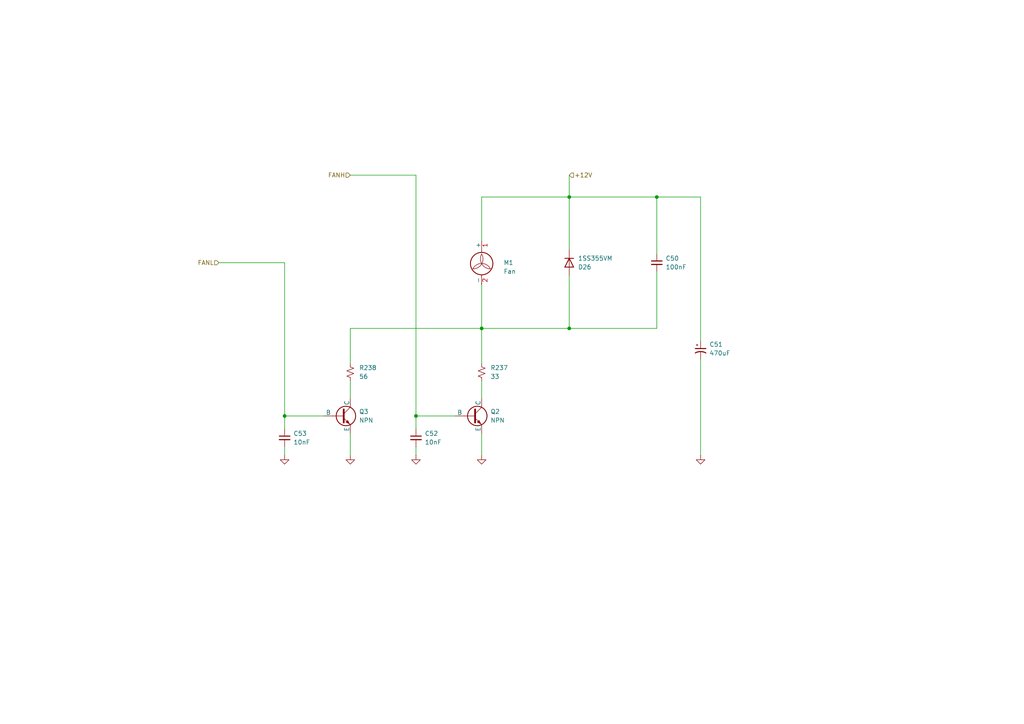
<source format=kicad_sch>
(kicad_sch (version 20250114) (generator "eeschema") (generator_version "9.0")
  (paper "A4")
  (lib_symbols
    (symbol "Device:C_Polarized_Small_US" (pin_numbers (hide yes)) (pin_names (offset 0.254) (hide yes))
      (property "Reference" "C" (at 0.254 1.778 0))
      (property "Value" "C_Polarized_Small_US" (at 0.254 -2.032 0))
      (symbol "C_Polarized_Small_US_0_1"
        (polyline (pts (xy -1.524 0.508) (xy 1.524 0.508)) (stroke (width 0.3048)))
        (polyline (pts (xy -1.27 1.524) (xy -0.762 1.524)))
        (polyline (pts (xy -1.016 1.27) (xy -1.016 1.778)))
        (arc (start -1.524 -0.762) (mid 0 -0.3734) (end 1.524 -0.762) (stroke (width 0.3048)))
      )
      (symbol "C_Polarized_Small_US_1_1"
        (pin passive line (at 0 2.54 270) (length 2.032) (name "~") (number "1"))
        (pin passive line (at 0 -2.54 90) (length 2.032) (name "~") (number "2"))
      )
    )
    (symbol "Device:C_Small" (pin_numbers (hide yes)) (pin_names (offset 0.254) (hide yes))
      (property "Reference" "C" (at 0.254 1.778 0))
      (property "Value" "C_Small" (at 0.254 -2.032 0))
      (symbol "C_Small_0_1"
        (polyline (pts (xy -1.524 0.508) (xy 1.524 0.508)) (stroke (width 0.3048)))
        (polyline (pts (xy -1.524 -0.508) (xy 1.524 -0.508)) (stroke (width 0.3302)))
      )
      (symbol "C_Small_1_1"
        (pin passive line (at 0 2.54 270) (length 2.032) (name "~") (number "1"))
        (pin passive line (at 0 -2.54 90) (length 2.032) (name "~") (number "2"))
      )
    )
    (symbol "Device:R_Small_US" (pin_numbers (hide yes)) (pin_names (offset 0.254) (hide yes))
      (property "Reference" "R" (at 0.762 0.508 0))
      (property "Value" "R_Small_US" (at 0.762 -1.016 0))
      (symbol "R_Small_US_1_1"
        (polyline (pts (xy 0 1.524) (xy 1.016 1.143) (xy 0 0.762) (xy -1.016 0.381) (xy 0 0)))
        (polyline (pts (xy 0 0) (xy 1.016 -0.381) (xy 0 -0.762) (xy -1.016 -1.143) (xy 0 -1.524)))
        (pin passive line (at 0 2.54 270) (length 1.016) (name "~") (number "1"))
        (pin passive line (at 0 -2.54 90) (length 1.016) (name "~") (number "2"))
      )
    )
    (symbol "Diode:1SS355VM" (pin_numbers (hide yes)) (pin_names (hide yes))
      (property "Reference" "D" (at 0 2.54 0))
      (property "Value" "1SS355VM" (at 0 -2.54 0))
      (symbol "1SS355VM_0_1"
        (polyline (pts (xy -1.27 1.27) (xy -1.27 -1.27)) (stroke (width 0.254)))
        (polyline (pts (xy 1.27 1.27) (xy 1.27 -1.27) (xy -1.27 0) (xy 1.27 1.27)) (stroke (width 0.254)))
        (polyline (pts (xy 1.27 0) (xy -1.27 0)))
      )
      (symbol "1SS355VM_1_1"
        (pin passive line (at -3.81 0 0) (length 2.54) (name "K") (number "1"))
        (pin passive line (at 3.81 0 180) (length 2.54) (name "A") (number "2"))
      )
    )
    (symbol "Motor:Fan" (pin_names (offset 0))
      (property "Reference" "M" (at 2.54 5.08 0))
      (property "Value" "Fan" (at 2.54 -2.54 0))
      (symbol "Fan_0_1"
        (arc (start 0 3.81) (mid -0.0015 0.9048) (end -2.54 -0.508))
        (polyline (pts (xy 0 4.572) (xy 0 5.08)))
        (polyline (pts (xy 0 4.2672) (xy 0 4.6228)))
        (circle (center 0 1.016) (radius 3.2512) (stroke (width 0.254)))
        (arc (start -2.54 -0.508) (mid 0 1.0618) (end 2.54 -0.508))
        (polyline (pts (xy 0 -2.2352) (xy 0 -2.6416)))
        (polyline (pts (xy 0 -5.08) (xy 0 -4.572)))
        (arc (start 2.54 -0.508) (mid 0.047 0.9315) (end 0 3.81))
      )
      (symbol "Fan_1_1"
        (pin passive line (at 0 7.62 270) (length 2.54) (name "+") (number "1"))
        (pin passive line (at 0 -5.08 90) (length 2.54) (name "-") (number "2"))
      )
    )
    (symbol "Simulation_SPICE:NPN" (pin_numbers (hide yes)) (pin_names (offset 0))
      (property "Reference" "Q" (at -2.54 7.62 0))
      (property "Value" "NPN" (at -2.54 5.08 0))
      (symbol "NPN_0_1"
        (polyline (pts (xy -2.54 0) (xy 0.635 0)) (stroke (width 0.1524)))
        (polyline (pts (xy 0.635 1.905) (xy 0.635 -1.905) (xy 0.635 -1.905)) (stroke (width 0.508)))
        (polyline (pts (xy 0.635 0.635) (xy 2.54 2.54)))
        (polyline (pts (xy 0.635 -0.635) (xy 2.54 -2.54) (xy 2.54 -2.54)))
        (circle (center 1.27 0) (radius 2.8194) (stroke (width 0.254)))
        (polyline (pts (xy 1.27 -1.778) (xy 1.778 -1.27) (xy 2.286 -2.286) (xy 1.27 -1.778) (xy 1.27 -1.778)) (fill (type outline)))
        (polyline (pts (xy 2.794 -1.27) (xy 2.794 -1.27)) (stroke (width 0.1524)))
        (polyline (pts (xy 2.794 -1.27) (xy 2.794 -1.27)) (stroke (width 0.1524)))
      )
      (symbol "NPN_1_1"
        (pin input line (at -5.08 0 0) (length 2.54) (name "B") (number "2"))
        (pin open_collector line (at 2.54 5.08 270) (length 2.54) (name "C") (number "1"))
        (pin open_emitter line (at 2.54 -5.08 90) (length 2.54) (name "E") (number "3"))
      )
    )
    (symbol "power:GND" (power) (pin_numbers (hide yes)) (pin_names (offset 0) (hide yes))
      (property "Value" "GND" (at 0 -3.81 0))
      (symbol "GND_0_1"
        (polyline (pts (xy 0 0) (xy 0 -1.27) (xy 1.27 -1.27) (xy 0 -2.54) (xy -1.27 -1.27) (xy 0 -1.27)))
      )
      (symbol "GND_1_1"
        (pin power_in line (at 0 0 270) (length 0) (name "~") (number "1"))
      )
    )
  )
  (junction (at 120.65 120.65))
  (junction (at 165.1 57.15))
  (junction (at 82.55 120.65))
  (junction (at 165.1 95.25))
  (junction (at 139.7 95.25))
  (junction (at 190.5 57.15))
  (wire (pts (xy 190.5 78.74) (xy 190.5 95.25)))
  (wire (pts (xy 120.65 124.46) (xy 120.65 120.65)))
  (wire (pts (xy 120.65 50.8) (xy 101.6 50.8)))
  (wire (pts (xy 165.1 72.39) (xy 165.1 57.15)))
  (wire (pts (xy 139.7 57.15) (xy 139.7 69.85)))
  (wire (pts (xy 82.55 132.08) (xy 82.55 129.54)))
  (wire (pts (xy 120.65 120.65) (xy 120.65 50.8)))
  (wire (pts (xy 82.55 124.46) (xy 82.55 120.65)))
  (wire (pts (xy 165.1 57.15) (xy 139.7 57.15)))
  (wire (pts (xy 101.6 95.25) (xy 101.6 105.41)))
  (wire (pts (xy 165.1 50.8) (xy 165.1 57.15)))
  (wire (pts (xy 203.2 104.14) (xy 203.2 132.08)))
  (wire (pts (xy 139.7 95.25) (xy 139.7 105.41)))
  (wire (pts (xy 203.2 57.15) (xy 190.5 57.15)))
  (wire (pts (xy 139.7 82.55) (xy 139.7 95.25)))
  (wire (pts (xy 165.1 80.01) (xy 165.1 95.25)))
  (wire (pts (xy 82.55 76.2) (xy 63.5 76.2)))
  (wire (pts (xy 203.2 57.15) (xy 203.2 99.06)))
  (wire (pts (xy 101.6 110.49) (xy 101.6 115.57)))
  (wire (pts (xy 82.55 120.65) (xy 93.98 120.65)))
  (wire (pts (xy 120.65 132.08) (xy 120.65 129.54)))
  (wire (pts (xy 139.7 110.49) (xy 139.7 115.57)))
  (wire (pts (xy 190.5 95.25) (xy 165.1 95.25)))
  (wire (pts (xy 120.65 120.65) (xy 132.08 120.65)))
  (wire (pts (xy 101.6 132.08) (xy 101.6 125.73)))
  (wire (pts (xy 139.7 132.08) (xy 139.7 125.73)))
  (wire (pts (xy 190.5 73.66) (xy 190.5 57.15)))
  (wire (pts (xy 165.1 95.25) (xy 139.7 95.25)))
  (wire (pts (xy 101.6 95.25) (xy 139.7 95.25)))
  (wire (pts (xy 82.55 120.65) (xy 82.55 76.2)))
  (wire (pts (xy 190.5 57.15) (xy 165.1 57.15)))
  (hierarchical_label "FANL" (shape input) (at 63.5 76.2 180))
  (hierarchical_label "+12V" (shape input) (at 165.1 50.8 0))
  (hierarchical_label "FANH" (shape input) (at 101.6 50.8 180))
  (symbol (lib_id "Simulation_SPICE:NPN") (at 99.06 120.65 0) (unit 1)
    (property "Reference" "Q3" (at 104.14 119.3799 0) (effects (justify left)))
    (property "Value" "NPN" (at 104.14 121.9199 0) (effects (justify left)))
    (property "Datasheet" "https://ngspice.sourceforge.io/docs/ngspice-html-manual/manual.xhtml#cha_BJTs" (effects (hide yes)))
    (property "Description" "Bipolar transistor symbol for simulation only, substrate tied to the emitter" (effects (hide yes)))
    (property "Sim.Device" "NPN" (effects (hide yes)))
    (property "Sim.Type" "GUMMELPOON" (effects (hide yes)))
    (property "Sim.Pins" "1=C 2=B 3=E" (effects (hide yes)))
  )
  (symbol (lib_id "power:GND") (at 139.7 132.08 0) (mirror y) (unit 1)
    (property "Reference" "#PWR0146" (effects (hide yes)))
    (property "Value" "GND" (effects (hide yes)))
    (property "Description" "Power symbol creates a global label with name \"GND\" , ground" (effects (hide yes)))
  )
  (symbol (lib_id "Device:R_Small_US") (at 139.7 107.95 0) (unit 1)
    (property "Reference" "R237" (at 142.24 106.6799 0) (effects (justify left)))
    (property "Value" "33" (at 142.24 109.2199 0) (effects (justify left)))
    (property "Description" "Resistor, small US symbol" (effects (hide yes)))
  )
  (symbol (lib_id "Device:C_Small") (at 82.55 127 0) (unit 1)
    (property "Reference" "C53" (at 85.09 125.7362 0) (effects (justify left)))
    (property "Value" "10nF" (at 85.09 128.2762 0) (effects (justify left)))
    (property "Description" "Unpolarized capacitor, small symbol" (effects (hide yes)))
  )
  (symbol (lib_id "Device:C_Small") (at 190.5 76.2 0) (unit 1)
    (property "Reference" "C50" (at 193.04 74.9362 0) (effects (justify left)))
    (property "Value" "100nF" (at 193.04 77.4762 0) (effects (justify left)))
    (property "Description" "Unpolarized capacitor, small symbol" (effects (hide yes)))
  )
  (symbol (lib_id "power:GND") (at 120.65 132.08 0) (mirror y) (unit 1)
    (property "Reference" "#PWR0147" (effects (hide yes)))
    (property "Value" "GND" (effects (hide yes)))
    (property "Description" "Power symbol creates a global label with name \"GND\" , ground" (effects (hide yes)))
  )
  (symbol (lib_id "power:GND") (at 203.2 132.08 0) (mirror y) (unit 1)
    (property "Reference" "#PWR0150" (effects (hide yes)))
    (property "Value" "GND" (effects (hide yes)))
    (property "Description" "Power symbol creates a global label with name \"GND\" , ground" (effects (hide yes)))
  )
  (symbol (lib_id "Diode:1SS355VM") (at 165.1 76.2 90) (mirror x) (unit 1)
    (property "Reference" "D26" (at 167.64 77.4701 90) (effects (justify right)))
    (property "Value" "1SS355VM" (at 167.64 74.9301 90) (effects (justify right)))
    (property "Footprint" "Diode_SMD:D_SOD-323F" (effects (hide yes)))
    (property "Datasheet" "https://fscdn.rohm.com/en/products/databook/datasheet/discrete/diode/switching/1ss355vmte-17-e.pdf" (effects (hide yes)))
    (property "Description" "90V 0.1A high speed switching Diode, SOD-323F" (effects (hide yes)))
    (property "Sim.Device" "D" (effects (hide yes)))
    (property "Sim.Pins" "1=K 2=A" (effects (hide yes)))
  )
  (symbol (lib_id "power:GND") (at 101.6 132.08 0) (mirror y) (unit 1)
    (property "Reference" "#PWR0149" (effects (hide yes)))
    (property "Value" "GND" (effects (hide yes)))
    (property "Description" "Power symbol creates a global label with name \"GND\" , ground" (effects (hide yes)))
  )
  (symbol (lib_id "Device:C_Polarized_Small_US") (at 203.2 101.6 0) (unit 1)
    (property "Reference" "C51" (at 205.74 99.8981 0) (effects (justify left)))
    (property "Value" "470uF" (at 205.74 102.4381 0) (effects (justify left)))
    (property "Description" "Polarized capacitor, small US symbol" (effects (hide yes)))
  )
  (symbol (lib_id "power:GND") (at 82.55 132.08 0) (mirror y) (unit 1)
    (property "Reference" "#PWR0148" (effects (hide yes)))
    (property "Value" "GND" (effects (hide yes)))
    (property "Description" "Power symbol creates a global label with name \"GND\" , ground" (effects (hide yes)))
  )
  (symbol (lib_id "Device:R_Small_US") (at 101.6 107.95 0) (unit 1)
    (property "Reference" "R238" (at 104.14 106.6799 0) (effects (justify left)))
    (property "Value" "56" (at 104.14 109.2199 0) (effects (justify left)))
    (property "Description" "Resistor, small US symbol" (effects (hide yes)))
  )
  (symbol (lib_id "Simulation_SPICE:NPN") (at 137.16 120.65 0) (unit 1)
    (property "Reference" "Q2" (at 142.24 119.3799 0) (effects (justify left)))
    (property "Value" "NPN" (at 142.24 121.9199 0) (effects (justify left)))
    (property "Datasheet" "https://ngspice.sourceforge.io/docs/ngspice-html-manual/manual.xhtml#cha_BJTs" (effects (hide yes)))
    (property "Description" "Bipolar transistor symbol for simulation only, substrate tied to the emitter" (effects (hide yes)))
    (property "Sim.Device" "NPN" (effects (hide yes)))
    (property "Sim.Type" "GUMMELPOON" (effects (hide yes)))
    (property "Sim.Pins" "1=C 2=B 3=E" (effects (hide yes)))
  )
  (symbol (lib_id "Motor:Fan") (at 139.7 77.47 0) (unit 1)
    (property "Reference" "M1" (at 146.05 76.1999 0) (effects (justify left)))
    (property "Value" "Fan" (at 146.05 78.7399 0) (effects (justify left)))
    (property "Description" "Fan" (effects (hide yes)))
  )
  (symbol (lib_id "Device:C_Small") (at 120.65 127 0) (unit 1)
    (property "Reference" "C52" (at 123.19 125.7362 0) (effects (justify left)))
    (property "Value" "10nF" (at 123.19 128.2762 0) (effects (justify left)))
    (property "Description" "Unpolarized capacitor, small symbol" (effects (hide yes)))
  )
)
</source>
